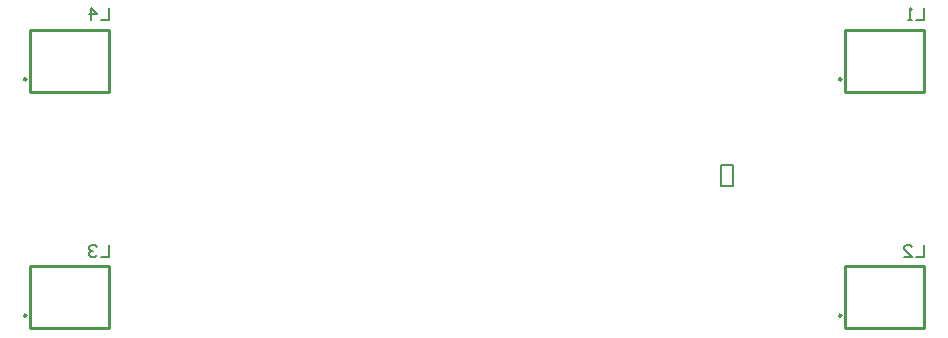
<source format=gbo>
G04 Layer_Color=13813960*
%FSLAX24Y24*%
%MOIN*%
G70*
G01*
G75*
%ADD17C,0.0059*%
%ADD34C,0.0079*%
%ADD37C,0.0100*%
D17*
X15110Y35194D02*
Y34800D01*
X14848D01*
X14520D02*
Y35194D01*
X14716Y34997D01*
X14454D01*
X15110Y27314D02*
Y26920D01*
X14848D01*
X14716Y27248D02*
X14651Y27314D01*
X14520D01*
X14454Y27248D01*
Y27182D01*
X14520Y27117D01*
X14585D01*
X14520D01*
X14454Y27051D01*
Y26986D01*
X14520Y26920D01*
X14651D01*
X14716Y26986D01*
X42270Y27314D02*
Y26920D01*
X42008D01*
X41614D02*
X41876D01*
X41614Y27182D01*
Y27248D01*
X41680Y27314D01*
X41811D01*
X41876Y27248D01*
X42270Y35194D02*
Y34800D01*
X42008D01*
X41876D02*
X41745D01*
X41811D01*
Y35194D01*
X41876Y35128D01*
D34*
X35528Y29976D02*
X35928D01*
X35528Y29276D02*
Y29976D01*
X35928Y29276D02*
Y29976D01*
X35528Y29276D02*
X35928D01*
D37*
X12362Y32835D02*
G03*
X12362Y32835I-39J0D01*
G01*
Y24961D02*
G03*
X12362Y24961I-39J0D01*
G01*
X39528D02*
G03*
X39528Y24961I-39J0D01*
G01*
Y32835D02*
G03*
X39528Y32835I-39J0D01*
G01*
X15118Y32559D02*
Y34488D01*
X12480Y32559D02*
Y34488D01*
X15118D01*
X12480Y32402D02*
X15118D01*
X12480D02*
Y32559D01*
X15118Y32402D02*
Y32559D01*
Y24685D02*
Y26614D01*
X12480Y24685D02*
Y26614D01*
X15118D01*
X12480Y24528D02*
X15118D01*
X12480D02*
Y24685D01*
X15118Y24528D02*
Y24685D01*
X42283D02*
Y26614D01*
X39646Y24685D02*
Y26614D01*
X42283D01*
X39646Y24528D02*
X42283D01*
X39646D02*
Y24685D01*
X42283Y24528D02*
Y24685D01*
Y32559D02*
Y34488D01*
X39646Y32559D02*
Y34488D01*
X42283D01*
X39646Y32402D02*
X42283D01*
X39646D02*
Y32559D01*
X42283Y32402D02*
Y32559D01*
M02*

</source>
